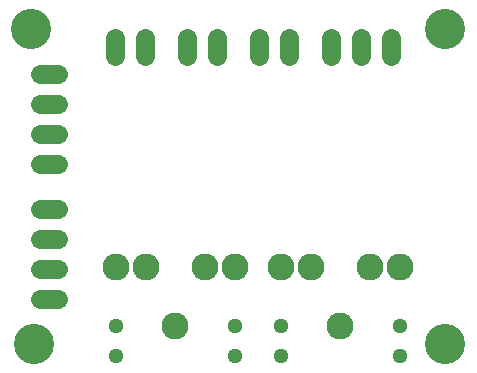
<source format=gbs>
G75*
G70*
%OFA0B0*%
%FSLAX24Y24*%
%IPPOS*%
%LPD*%
%AMOC8*
5,1,8,0,0,1.08239X$1,22.5*
%
%ADD10C,0.0640*%
%ADD11C,0.1340*%
%ADD12C,0.0900*%
%ADD13C,0.0512*%
D10*
X001811Y003599D02*
X002411Y003599D01*
X002411Y004599D02*
X001811Y004599D01*
X001811Y005599D02*
X002411Y005599D01*
X002411Y006599D02*
X001811Y006599D01*
X001811Y008099D02*
X002411Y008099D01*
X002411Y009099D02*
X001811Y009099D01*
X001811Y010099D02*
X002411Y010099D01*
X002411Y011099D02*
X001811Y011099D01*
X004311Y011699D02*
X004311Y012299D01*
X005311Y012299D02*
X005311Y011699D01*
X006711Y011699D02*
X006711Y012299D01*
X007711Y012299D02*
X007711Y011699D01*
X009111Y011699D02*
X009111Y012299D01*
X010111Y012299D02*
X010111Y011699D01*
X011511Y011699D02*
X011511Y012299D01*
X012511Y012299D02*
X012511Y011699D01*
X013511Y011699D02*
X013511Y012299D01*
D11*
X001611Y002099D03*
X001511Y012599D03*
X015311Y012599D03*
X015311Y002099D03*
D12*
X013779Y004668D03*
X012795Y004668D03*
X010826Y004668D03*
X009842Y004668D03*
X008279Y004668D03*
X007295Y004668D03*
X005326Y004668D03*
X004342Y004668D03*
X006311Y002699D03*
X011811Y002699D03*
D13*
X013779Y002699D03*
X013779Y001715D03*
X009842Y001715D03*
X009842Y002699D03*
X008279Y002699D03*
X008279Y001715D03*
X004342Y001715D03*
X004342Y002699D03*
M02*

</source>
